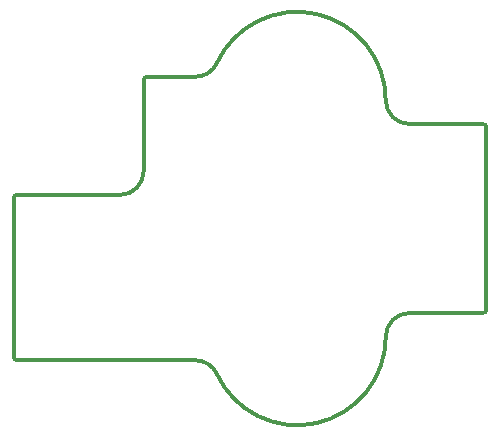
<source format=gbr>
G04 #@! TF.GenerationSoftware,KiCad,Pcbnew,(5.1.4)-1*
G04 #@! TF.CreationDate,2020-03-27T03:55:43-04:00*
G04 #@! TF.ProjectId,RGB_endstop_breakout,5247425f-656e-4647-9374-6f705f627265,rev?*
G04 #@! TF.SameCoordinates,Original*
G04 #@! TF.FileFunction,Profile,NP*
%FSLAX46Y46*%
G04 Gerber Fmt 4.6, Leading zero omitted, Abs format (unit mm)*
G04 Created by KiCad (PCBNEW (5.1.4)-1) date 2020-03-27 03:55:43*
%MOMM*%
%LPD*%
G04 APERTURE LIST*
%ADD10C,0.304799*%
G04 APERTURE END LIST*
D10*
X140383156Y-117000000D02*
G75*
G02X142197229Y-118157894I1J-2000000D01*
G01*
X156499999Y-115000000D02*
G75*
G02X142197229Y-118157894I-7499999J0D01*
G01*
X125250000Y-117000000D02*
G75*
G02X125000000Y-116750000I0J250000D01*
G01*
X140383157Y-117000000D02*
X125250000Y-117000000D01*
X125250000Y-103000001D02*
X134000000Y-103000001D01*
X125000000Y-103250001D02*
G75*
G02X125250000Y-103000001I250000J0D01*
G01*
X125000000Y-116750000D02*
X125000000Y-103250001D01*
X136000000Y-101000001D02*
X136000000Y-93250000D01*
X136000000Y-101000001D02*
G75*
G02X134000000Y-103000001I-2000000J0D01*
G01*
X164999998Y-112749999D02*
G75*
G02X164750000Y-112999999I-249999J-1D01*
G01*
X164749999Y-97000000D02*
G75*
G02X164999999Y-97250000I0J-250000D01*
G01*
X158500000Y-97000000D02*
X164750000Y-97000000D01*
X158500000Y-97000000D02*
G75*
G02X156500000Y-95000000I0J2000000D01*
G01*
X142197170Y-91842231D02*
G75*
G02X156500000Y-95000000I6802830J-3157769D01*
G01*
X136250000Y-93000000D02*
X140383157Y-93000000D01*
X136000000Y-93250000D02*
G75*
G02X136250000Y-93000000I250000J0D01*
G01*
X164999999Y-97250000D02*
X164999999Y-112749999D01*
X142197229Y-91842106D02*
G75*
G02X140383157Y-93000000I-1814072J842105D01*
G01*
X156499999Y-115000000D02*
G75*
G02X158500000Y-112999999I2000001J0D01*
G01*
X164750000Y-112999999D02*
X158500000Y-112999999D01*
M02*

</source>
